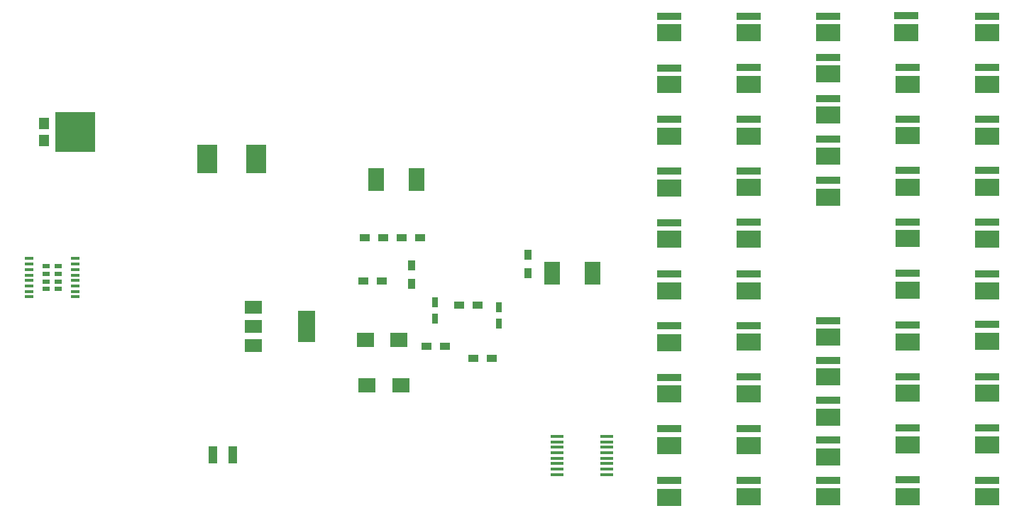
<source format=gbr>
G04 #@! TF.GenerationSoftware,KiCad,Pcbnew,no-vcs-found-01f5a12~58~ubuntu14.04.1*
G04 #@! TF.CreationDate,2017-05-04T16:20:22+02:00*
G04 #@! TF.ProjectId,leddy,6C656464792E6B696361645F70636200,rev?*
G04 #@! TF.FileFunction,Paste,Top*
G04 #@! TF.FilePolarity,Positive*
%FSLAX46Y46*%
G04 Gerber Fmt 4.6, Leading zero omitted, Abs format (unit mm)*
G04 Created by KiCad (PCBNEW no-vcs-found-01f5a12~58~ubuntu14.04.1) date Thu May  4 16:20:22 2017*
%MOMM*%
%LPD*%
G01*
G04 APERTURE LIST*
%ADD10C,0.100000*%
%ADD11R,1.140000X2.030000*%
%ADD12R,1.050000X0.450000*%
%ADD13R,0.882000X0.537000*%
%ADD14R,1.200000X0.900000*%
%ADD15R,1.500000X0.450000*%
%ADD16R,3.000000X0.900000*%
%ADD17R,3.000000X2.000000*%
%ADD18R,0.900000X1.200000*%
%ADD19R,2.000000X1.700000*%
%ADD20R,1.270000X1.400000*%
%ADD21R,4.800000X4.720000*%
%ADD22R,0.750000X1.200000*%
%ADD23R,1.903000X2.790000*%
%ADD24R,2.413000X3.429000*%
%ADD25R,2.000000X1.500000*%
%ADD26R,2.000000X3.800000*%
G04 APERTURE END LIST*
D10*
D11*
X108597219Y-101307056D03*
X110997219Y-101307056D03*
D12*
X86625000Y-77925000D03*
X86625000Y-78575000D03*
X86625000Y-79225000D03*
X86625000Y-79875000D03*
X86625000Y-80525000D03*
X86625000Y-81175000D03*
X86625000Y-81825000D03*
X86625000Y-82475000D03*
X92175000Y-82475000D03*
X92175000Y-81825000D03*
X92175000Y-81175000D03*
X92175000Y-80525000D03*
X92175000Y-79875000D03*
X92175000Y-79225000D03*
X92175000Y-78575000D03*
X92175000Y-77925000D03*
D13*
X90135000Y-81542500D03*
X90135000Y-80647500D03*
X90135000Y-79752500D03*
X90135000Y-78857500D03*
X88665000Y-81542500D03*
X88665000Y-80647500D03*
X88665000Y-79752500D03*
X88665000Y-78857500D03*
D14*
X126500000Y-80600000D03*
X128700000Y-80600000D03*
D15*
X149650000Y-99125000D03*
X149650000Y-99775000D03*
X149650000Y-100425000D03*
X149650000Y-101075000D03*
X149650000Y-101725000D03*
X149650000Y-102375000D03*
X149650000Y-103025000D03*
X149650000Y-103675000D03*
X155550000Y-103675000D03*
X155550000Y-103025000D03*
X155550000Y-102375000D03*
X155550000Y-101725000D03*
X155550000Y-101075000D03*
X155550000Y-100425000D03*
X155550000Y-99775000D03*
X155550000Y-99125000D03*
D16*
X163000000Y-55155555D03*
D17*
X163000000Y-57155555D03*
D16*
X201000000Y-49000000D03*
D17*
X201000000Y-51000000D03*
D16*
X191300000Y-48950000D03*
D17*
X191300000Y-50950000D03*
D16*
X182000000Y-49000000D03*
D17*
X182000000Y-51000000D03*
D16*
X172500000Y-49000000D03*
D17*
X172500000Y-51000000D03*
D16*
X163000000Y-49000000D03*
D17*
X163000000Y-51000000D03*
D18*
X146200000Y-79700000D03*
X146200000Y-77500000D03*
D19*
X131000000Y-93000000D03*
X127000000Y-93000000D03*
D20*
X88400000Y-61760000D03*
D21*
X92200000Y-62800000D03*
D20*
X88400000Y-63840000D03*
D14*
X141900000Y-89800000D03*
X139700000Y-89800000D03*
X136300000Y-88400000D03*
X134100000Y-88400000D03*
D19*
X130800000Y-87600000D03*
X126800000Y-87600000D03*
D22*
X142700000Y-85650000D03*
X142700000Y-83750000D03*
X135100000Y-85050000D03*
X135100000Y-83150000D03*
D23*
X128073500Y-68500000D03*
X132926500Y-68500000D03*
X153926500Y-79700000D03*
X149073500Y-79700000D03*
D24*
X113721000Y-66000000D03*
X107879000Y-66000000D03*
D18*
X132300000Y-80900000D03*
X132300000Y-78700000D03*
D14*
X140200000Y-83500000D03*
X138000000Y-83500000D03*
X126700000Y-75400000D03*
X128900000Y-75400000D03*
X131100000Y-75400000D03*
X133300000Y-75400000D03*
D25*
X113450000Y-83700000D03*
X113450000Y-88300000D03*
X113450000Y-86000000D03*
D26*
X119750000Y-86000000D03*
D16*
X182000000Y-58800000D03*
D17*
X182000000Y-60800000D03*
D16*
X201000000Y-92000000D03*
D17*
X201000000Y-94000000D03*
D16*
X201000000Y-79750000D03*
D17*
X201000000Y-81750000D03*
D16*
X201000000Y-73600000D03*
D17*
X201000000Y-75600000D03*
D16*
X201000000Y-67400000D03*
D17*
X201000000Y-69400000D03*
D16*
X201000000Y-61300000D03*
D17*
X201000000Y-63300000D03*
D16*
X201000000Y-55150000D03*
D17*
X201000000Y-57150000D03*
D16*
X191500000Y-104299982D03*
D17*
X191500000Y-106299982D03*
D16*
X191500000Y-98149984D03*
D17*
X191500000Y-100149984D03*
D16*
X191500000Y-91999986D03*
D17*
X191500000Y-93999986D03*
D16*
X191500000Y-85849988D03*
D17*
X191500000Y-87849988D03*
D16*
X191500000Y-73549992D03*
D17*
X191500000Y-75549992D03*
D16*
X191500000Y-67399994D03*
D17*
X191500000Y-69399994D03*
D16*
X191500000Y-61249996D03*
D17*
X191500000Y-63249996D03*
D16*
X191500000Y-55099998D03*
D17*
X191500000Y-57099998D03*
D16*
X182000000Y-104350000D03*
D17*
X182000000Y-106350000D03*
D16*
X182000000Y-99587500D03*
D17*
X182000000Y-101587500D03*
D16*
X182000000Y-94825000D03*
D17*
X182000000Y-96825000D03*
D16*
X182000000Y-90062500D03*
D17*
X182000000Y-92062500D03*
D16*
X182000000Y-85300000D03*
D17*
X182000000Y-87300000D03*
D16*
X182000000Y-68600000D03*
D17*
X182000000Y-70600000D03*
D16*
X191500000Y-79699990D03*
D17*
X191500000Y-81699990D03*
D16*
X201000000Y-85800000D03*
D17*
X201000000Y-87800000D03*
D16*
X182000000Y-53900000D03*
D17*
X182000000Y-55900000D03*
D16*
X172500000Y-104350000D03*
D17*
X172500000Y-106350000D03*
D16*
X172500000Y-98200000D03*
D17*
X172500000Y-100200000D03*
D16*
X172500000Y-92050000D03*
D17*
X172500000Y-94050000D03*
D16*
X172500000Y-85900000D03*
D17*
X172500000Y-87900000D03*
D16*
X172500000Y-79750000D03*
D17*
X172500000Y-81750000D03*
D16*
X172500000Y-73600000D03*
D17*
X172500000Y-75600000D03*
D16*
X172500000Y-67450000D03*
D17*
X172500000Y-69450000D03*
D16*
X172500000Y-61300000D03*
D17*
X172500000Y-63300000D03*
D16*
X172500000Y-55150000D03*
D17*
X172500000Y-57150000D03*
D16*
X182000000Y-63700000D03*
D17*
X182000000Y-65700000D03*
D16*
X201000000Y-98150000D03*
D17*
X201000000Y-100150000D03*
D16*
X201000000Y-104350000D03*
D17*
X201000000Y-106350000D03*
D16*
X163000000Y-104399995D03*
D17*
X163000000Y-106399995D03*
D16*
X163000000Y-98244440D03*
D17*
X163000000Y-100244440D03*
D16*
X163000000Y-92088885D03*
D17*
X163000000Y-94088885D03*
D16*
X163000000Y-85933330D03*
D17*
X163000000Y-87933330D03*
D16*
X163000000Y-79777775D03*
D17*
X163000000Y-81777775D03*
D16*
X163000000Y-73622220D03*
D17*
X163000000Y-75622220D03*
D16*
X163000000Y-67466665D03*
D17*
X163000000Y-69466665D03*
D16*
X163000000Y-61311110D03*
D17*
X163000000Y-63311110D03*
M02*

</source>
